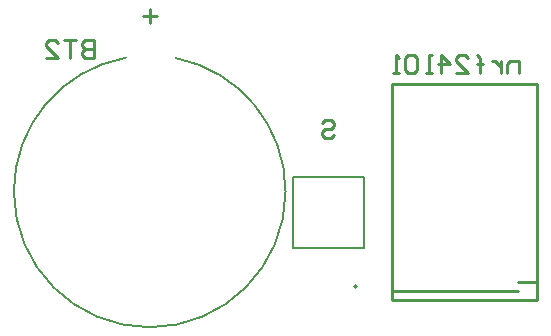
<source format=gbr>
%TF.GenerationSoftware,Altium Limited,Altium Designer,20.0.13 (296)*%
G04 Layer_Color=32896*
%FSLAX45Y45*%
%MOMM*%
%TF.FileFunction,Legend,Bot*%
%TF.Part,Single*%
G01*
G75*
%TA.AperFunction,NonConductor*%
%ADD20C,0.20000*%
%ADD21C,0.12700*%
%ADD22C,0.25400*%
D20*
X13321001Y5318600D02*
G03*
X13321001Y5318600I-10000J0D01*
G01*
D21*
X11569700Y4973600D02*
G03*
X12719700Y6123600I0J1150000D01*
G01*
X10419700D02*
G03*
X11569700Y4973600I1150000J0D01*
G01*
X11369346Y7255343D02*
G03*
X10419700Y6123600I199557J-1131743D01*
G01*
X12719700Y6123600D02*
G03*
X11788860Y7252799I-1150334J0D01*
G01*
X12781000Y6243600D02*
X13381000D01*
X12781000Y5643600D02*
Y6243600D01*
Y5643600D02*
X13381000D01*
Y6243600D01*
D22*
X13620230Y7032800D02*
X14845628D01*
Y5207000D02*
Y7032800D01*
X14431609Y5283200D02*
X14558609D01*
X14558630D02*
X14685629D01*
Y5359400D02*
X14845628D01*
X14304610Y5283200D02*
X14431609D01*
X14177609D02*
X14304610D01*
X14050609D02*
X14177609D01*
X13923608D02*
X14050609D01*
X13796609D02*
X13923608D01*
X13620230Y5207400D02*
Y7032800D01*
X14686301Y5359802D02*
X14846300D01*
X13636610Y5283200D02*
X13796609D01*
X13618810Y5207000D02*
X14845628D01*
X11576083Y7547110D02*
Y7665814D01*
X11635435Y7606462D02*
X11516731D01*
X14698981Y7122160D02*
Y7223727D01*
X14622804D01*
X14597414Y7198335D01*
Y7122160D01*
X14546629Y7223727D02*
Y7122160D01*
Y7172943D01*
X14521237Y7198335D01*
X14495847Y7223727D01*
X14470454D01*
X14368887Y7122160D02*
Y7249119D01*
Y7198335D01*
X14394279D01*
X14343495D01*
X14368887D01*
Y7249119D01*
X14343495Y7274511D01*
X14165752Y7122160D02*
X14267320D01*
X14165752Y7223727D01*
Y7249119D01*
X14191144Y7274511D01*
X14241928D01*
X14267320Y7249119D01*
X14038794Y7122160D02*
Y7274511D01*
X14114969Y7198335D01*
X14013402D01*
X13962617Y7122160D02*
X13911835D01*
X13937225D01*
Y7274511D01*
X13962617D01*
X13835658Y7249119D02*
X13810268Y7274511D01*
X13759483D01*
X13734093Y7249119D01*
Y7147552D01*
X13759483Y7122160D01*
X13810268D01*
X13835658Y7147552D01*
Y7249119D01*
X13683308Y7122160D02*
X13632526D01*
X13657916D01*
Y7274511D01*
X13683308Y7249119D01*
X13030215Y6705583D02*
X13055608Y6730975D01*
X13106392D01*
X13131783Y6705583D01*
Y6680192D01*
X13106392Y6654800D01*
X13055608D01*
X13030215Y6629408D01*
Y6604017D01*
X13055608Y6578625D01*
X13106392D01*
X13131783Y6604017D01*
X11099734Y7409375D02*
Y7257025D01*
X11023559D01*
X10998167Y7282416D01*
Y7307808D01*
X11023559Y7333200D01*
X11099734D01*
X11023559D01*
X10998167Y7358592D01*
Y7383983D01*
X11023559Y7409375D01*
X11099734D01*
X10947383D02*
X10845816D01*
X10896600D01*
Y7257025D01*
X10693466D02*
X10795033D01*
X10693466Y7358592D01*
Y7383983D01*
X10718857Y7409375D01*
X10769641D01*
X10795033Y7383983D01*
%TF.MD5,50300accdfb394fc3c73d3e54f3a144a*%
M02*

</source>
